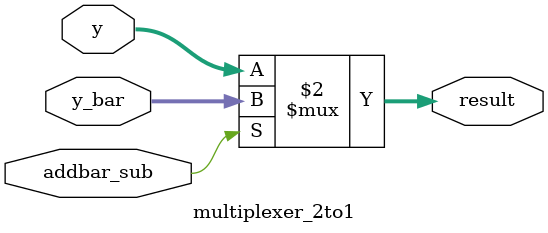
<source format=v>
`timescale 1ns/1ns

module multiplexer_2to1(y, y_bar, addbar_sub, result);
	input wire[5:0] y, y_bar;
	input wire addbar_sub;
	output wire[5:0] result;

	assign result = (addbar_sub == 0) ? y : y_bar;
endmodule
</source>
